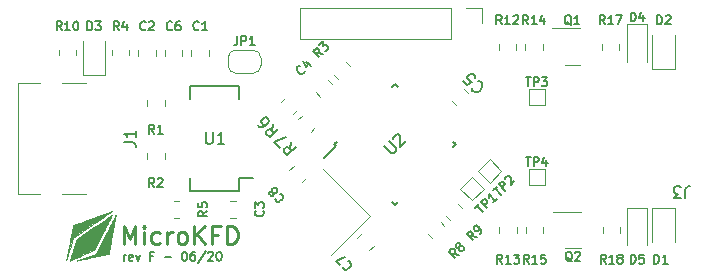
<source format=gbr>
%TF.GenerationSoftware,KiCad,Pcbnew,(6.0.7)*%
%TF.CreationDate,2023-06-20T16:23:11-04:00*%
%TF.ProjectId,microkfd,6d696372-6f6b-4666-942e-6b696361645f,E*%
%TF.SameCoordinates,Original*%
%TF.FileFunction,Legend,Top*%
%TF.FilePolarity,Positive*%
%FSLAX46Y46*%
G04 Gerber Fmt 4.6, Leading zero omitted, Abs format (unit mm)*
G04 Created by KiCad (PCBNEW (6.0.7)) date 2023-06-20 16:23:11*
%MOMM*%
%LPD*%
G01*
G04 APERTURE LIST*
%ADD10C,0.250000*%
%ADD11C,0.150000*%
%ADD12C,0.120000*%
%ADD13C,0.010000*%
G04 APERTURE END LIST*
D10*
X101019642Y-108928571D02*
X101019642Y-107428571D01*
X101519642Y-108500000D01*
X102019642Y-107428571D01*
X102019642Y-108928571D01*
X102733928Y-108928571D02*
X102733928Y-107928571D01*
X102733928Y-107428571D02*
X102662500Y-107500000D01*
X102733928Y-107571428D01*
X102805357Y-107500000D01*
X102733928Y-107428571D01*
X102733928Y-107571428D01*
X104091071Y-108857142D02*
X103948214Y-108928571D01*
X103662500Y-108928571D01*
X103519642Y-108857142D01*
X103448214Y-108785714D01*
X103376785Y-108642857D01*
X103376785Y-108214285D01*
X103448214Y-108071428D01*
X103519642Y-108000000D01*
X103662500Y-107928571D01*
X103948214Y-107928571D01*
X104091071Y-108000000D01*
X104733928Y-108928571D02*
X104733928Y-107928571D01*
X104733928Y-108214285D02*
X104805357Y-108071428D01*
X104876785Y-108000000D01*
X105019642Y-107928571D01*
X105162500Y-107928571D01*
X105876785Y-108928571D02*
X105733928Y-108857142D01*
X105662500Y-108785714D01*
X105591071Y-108642857D01*
X105591071Y-108214285D01*
X105662500Y-108071428D01*
X105733928Y-108000000D01*
X105876785Y-107928571D01*
X106091071Y-107928571D01*
X106233928Y-108000000D01*
X106305357Y-108071428D01*
X106376785Y-108214285D01*
X106376785Y-108642857D01*
X106305357Y-108785714D01*
X106233928Y-108857142D01*
X106091071Y-108928571D01*
X105876785Y-108928571D01*
X107019642Y-108928571D02*
X107019642Y-107428571D01*
X107876785Y-108928571D02*
X107233928Y-108071428D01*
X107876785Y-107428571D02*
X107019642Y-108285714D01*
X109019642Y-108142857D02*
X108519642Y-108142857D01*
X108519642Y-108928571D02*
X108519642Y-107428571D01*
X109233928Y-107428571D01*
X109805357Y-108928571D02*
X109805357Y-107428571D01*
X110162500Y-107428571D01*
X110376785Y-107500000D01*
X110519642Y-107642857D01*
X110591071Y-107785714D01*
X110662500Y-108071428D01*
X110662500Y-108285714D01*
X110591071Y-108571428D01*
X110519642Y-108714285D01*
X110376785Y-108857142D01*
X110162500Y-108928571D01*
X109805357Y-108928571D01*
D11*
X101026071Y-110339285D02*
X101026071Y-109839285D01*
X101026071Y-109982142D02*
X101061785Y-109910714D01*
X101097500Y-109875000D01*
X101168928Y-109839285D01*
X101240357Y-109839285D01*
X101776071Y-110303571D02*
X101704642Y-110339285D01*
X101561785Y-110339285D01*
X101490357Y-110303571D01*
X101454642Y-110232142D01*
X101454642Y-109946428D01*
X101490357Y-109875000D01*
X101561785Y-109839285D01*
X101704642Y-109839285D01*
X101776071Y-109875000D01*
X101811785Y-109946428D01*
X101811785Y-110017857D01*
X101454642Y-110089285D01*
X102061785Y-109839285D02*
X102240357Y-110339285D01*
X102418928Y-109839285D01*
X103526071Y-109946428D02*
X103276071Y-109946428D01*
X103276071Y-110339285D02*
X103276071Y-109589285D01*
X103633214Y-109589285D01*
X104490357Y-110053571D02*
X105061785Y-110053571D01*
X106133214Y-109589285D02*
X106204642Y-109589285D01*
X106276071Y-109625000D01*
X106311785Y-109660714D01*
X106347500Y-109732142D01*
X106383214Y-109875000D01*
X106383214Y-110053571D01*
X106347500Y-110196428D01*
X106311785Y-110267857D01*
X106276071Y-110303571D01*
X106204642Y-110339285D01*
X106133214Y-110339285D01*
X106061785Y-110303571D01*
X106026071Y-110267857D01*
X105990357Y-110196428D01*
X105954642Y-110053571D01*
X105954642Y-109875000D01*
X105990357Y-109732142D01*
X106026071Y-109660714D01*
X106061785Y-109625000D01*
X106133214Y-109589285D01*
X107026071Y-109589285D02*
X106883214Y-109589285D01*
X106811785Y-109625000D01*
X106776071Y-109660714D01*
X106704642Y-109767857D01*
X106668928Y-109910714D01*
X106668928Y-110196428D01*
X106704642Y-110267857D01*
X106740357Y-110303571D01*
X106811785Y-110339285D01*
X106954642Y-110339285D01*
X107026071Y-110303571D01*
X107061785Y-110267857D01*
X107097500Y-110196428D01*
X107097500Y-110017857D01*
X107061785Y-109946428D01*
X107026071Y-109910714D01*
X106954642Y-109875000D01*
X106811785Y-109875000D01*
X106740357Y-109910714D01*
X106704642Y-109946428D01*
X106668928Y-110017857D01*
X107954642Y-109553571D02*
X107311785Y-110517857D01*
X108168928Y-109660714D02*
X108204642Y-109625000D01*
X108276071Y-109589285D01*
X108454642Y-109589285D01*
X108526071Y-109625000D01*
X108561785Y-109660714D01*
X108597500Y-109732142D01*
X108597500Y-109803571D01*
X108561785Y-109910714D01*
X108133214Y-110339285D01*
X108597500Y-110339285D01*
X109061785Y-109589285D02*
X109133214Y-109589285D01*
X109204642Y-109625000D01*
X109240357Y-109660714D01*
X109276071Y-109732142D01*
X109311785Y-109875000D01*
X109311785Y-110053571D01*
X109276071Y-110196428D01*
X109240357Y-110267857D01*
X109204642Y-110303571D01*
X109133214Y-110339285D01*
X109061785Y-110339285D01*
X108990357Y-110303571D01*
X108954642Y-110267857D01*
X108918928Y-110196428D01*
X108883214Y-110053571D01*
X108883214Y-109875000D01*
X108918928Y-109732142D01*
X108954642Y-109660714D01*
X108990357Y-109625000D01*
X109061785Y-109589285D01*
%TO.C,D2*%
X146196428Y-90339285D02*
X146196428Y-89589285D01*
X146375000Y-89589285D01*
X146482142Y-89625000D01*
X146553571Y-89696428D01*
X146589285Y-89767857D01*
X146625000Y-89910714D01*
X146625000Y-90017857D01*
X146589285Y-90160714D01*
X146553571Y-90232142D01*
X146482142Y-90303571D01*
X146375000Y-90339285D01*
X146196428Y-90339285D01*
X146910714Y-89660714D02*
X146946428Y-89625000D01*
X147017857Y-89589285D01*
X147196428Y-89589285D01*
X147267857Y-89625000D01*
X147303571Y-89660714D01*
X147339285Y-89732142D01*
X147339285Y-89803571D01*
X147303571Y-89910714D01*
X146875000Y-90339285D01*
X147339285Y-90339285D01*
%TO.C,Q2*%
X138991071Y-110410714D02*
X138919642Y-110375000D01*
X138848214Y-110303571D01*
X138741071Y-110196428D01*
X138669642Y-110160714D01*
X138598214Y-110160714D01*
X138633928Y-110339285D02*
X138562500Y-110303571D01*
X138491071Y-110232142D01*
X138455357Y-110089285D01*
X138455357Y-109839285D01*
X138491071Y-109696428D01*
X138562500Y-109625000D01*
X138633928Y-109589285D01*
X138776785Y-109589285D01*
X138848214Y-109625000D01*
X138919642Y-109696428D01*
X138955357Y-109839285D01*
X138955357Y-110089285D01*
X138919642Y-110232142D01*
X138848214Y-110303571D01*
X138776785Y-110339285D01*
X138633928Y-110339285D01*
X139241071Y-109660714D02*
X139276785Y-109625000D01*
X139348214Y-109589285D01*
X139526785Y-109589285D01*
X139598214Y-109625000D01*
X139633928Y-109660714D01*
X139669642Y-109732142D01*
X139669642Y-109803571D01*
X139633928Y-109910714D01*
X139205357Y-110339285D01*
X139669642Y-110339285D01*
%TO.C,U1*%
X107988095Y-99452380D02*
X107988095Y-100261904D01*
X108035714Y-100357142D01*
X108083333Y-100404761D01*
X108178571Y-100452380D01*
X108369047Y-100452380D01*
X108464285Y-100404761D01*
X108511904Y-100357142D01*
X108559523Y-100261904D01*
X108559523Y-99452380D01*
X109559523Y-100452380D02*
X108988095Y-100452380D01*
X109273809Y-100452380D02*
X109273809Y-99452380D01*
X109178571Y-99595238D01*
X109083333Y-99690476D01*
X108988095Y-99738095D01*
%TO.C,R7*%
X115187732Y-100297969D02*
X115086717Y-100870389D01*
X115591793Y-100702030D02*
X114884687Y-101409137D01*
X114615312Y-101139763D01*
X114581641Y-101038748D01*
X114581641Y-100971404D01*
X114615312Y-100870389D01*
X114716328Y-100769374D01*
X114817343Y-100735702D01*
X114884687Y-100735702D01*
X114985702Y-100769374D01*
X115255076Y-101038748D01*
X114244923Y-100769374D02*
X113773519Y-100297969D01*
X114783671Y-99893908D01*
%TO.C,C7*%
X120010024Y-110416751D02*
X120060532Y-110416751D01*
X120161547Y-110467259D01*
X120212055Y-110517766D01*
X120262563Y-110618782D01*
X120262563Y-110719797D01*
X120237309Y-110795558D01*
X120161547Y-110921828D01*
X120085786Y-110997589D01*
X119959517Y-111073350D01*
X119883755Y-111098604D01*
X119782740Y-111098604D01*
X119681725Y-111048097D01*
X119631217Y-110997589D01*
X119580710Y-110896574D01*
X119580710Y-110846066D01*
X119353425Y-110719797D02*
X118999872Y-110366244D01*
X119757486Y-110063198D01*
%TO.C,C3*%
X112805357Y-106125000D02*
X112841071Y-106160714D01*
X112876785Y-106267857D01*
X112876785Y-106339285D01*
X112841071Y-106446428D01*
X112769642Y-106517857D01*
X112698214Y-106553571D01*
X112555357Y-106589285D01*
X112448214Y-106589285D01*
X112305357Y-106553571D01*
X112233928Y-106517857D01*
X112162500Y-106446428D01*
X112126785Y-106339285D01*
X112126785Y-106267857D01*
X112162500Y-106160714D01*
X112198214Y-106125000D01*
X112126785Y-105875000D02*
X112126785Y-105410714D01*
X112412500Y-105660714D01*
X112412500Y-105553571D01*
X112448214Y-105482142D01*
X112483928Y-105446428D01*
X112555357Y-105410714D01*
X112733928Y-105410714D01*
X112805357Y-105446428D01*
X112841071Y-105482142D01*
X112876785Y-105553571D01*
X112876785Y-105767857D01*
X112841071Y-105839285D01*
X112805357Y-105875000D01*
%TO.C,R4*%
X100625000Y-90839285D02*
X100375000Y-90482142D01*
X100196428Y-90839285D02*
X100196428Y-90089285D01*
X100482142Y-90089285D01*
X100553571Y-90125000D01*
X100589285Y-90160714D01*
X100625000Y-90232142D01*
X100625000Y-90339285D01*
X100589285Y-90410714D01*
X100553571Y-90446428D01*
X100482142Y-90482142D01*
X100196428Y-90482142D01*
X101267857Y-90339285D02*
X101267857Y-90839285D01*
X101089285Y-90053571D02*
X100910714Y-90589285D01*
X101375000Y-90589285D01*
%TO.C,R13*%
X133080357Y-110589285D02*
X132830357Y-110232142D01*
X132651785Y-110589285D02*
X132651785Y-109839285D01*
X132937500Y-109839285D01*
X133008928Y-109875000D01*
X133044642Y-109910714D01*
X133080357Y-109982142D01*
X133080357Y-110089285D01*
X133044642Y-110160714D01*
X133008928Y-110196428D01*
X132937500Y-110232142D01*
X132651785Y-110232142D01*
X133794642Y-110589285D02*
X133366071Y-110589285D01*
X133580357Y-110589285D02*
X133580357Y-109839285D01*
X133508928Y-109946428D01*
X133437500Y-110017857D01*
X133366071Y-110053571D01*
X134044642Y-109839285D02*
X134508928Y-109839285D01*
X134258928Y-110125000D01*
X134366071Y-110125000D01*
X134437500Y-110160714D01*
X134473214Y-110196428D01*
X134508928Y-110267857D01*
X134508928Y-110446428D01*
X134473214Y-110517857D01*
X134437500Y-110553571D01*
X134366071Y-110589285D01*
X134151785Y-110589285D01*
X134080357Y-110553571D01*
X134044642Y-110517857D01*
%TO.C,R9*%
X130901522Y-108328299D02*
X130472208Y-108252538D01*
X130598477Y-108631345D02*
X130068147Y-108101015D01*
X130270177Y-107898984D01*
X130345938Y-107873730D01*
X130396446Y-107873730D01*
X130472208Y-107898984D01*
X130547969Y-107974746D01*
X130573223Y-108050507D01*
X130573223Y-108101015D01*
X130547969Y-108176776D01*
X130345938Y-108378807D01*
X131154061Y-108075761D02*
X131255076Y-107974746D01*
X131280330Y-107898984D01*
X131280330Y-107848477D01*
X131255076Y-107722208D01*
X131179314Y-107595938D01*
X130977284Y-107393908D01*
X130901522Y-107368654D01*
X130851015Y-107368654D01*
X130775253Y-107393908D01*
X130674238Y-107494923D01*
X130648984Y-107570685D01*
X130648984Y-107621192D01*
X130674238Y-107696954D01*
X130800507Y-107823223D01*
X130876269Y-107848477D01*
X130926776Y-107848477D01*
X131002538Y-107823223D01*
X131103553Y-107722208D01*
X131128807Y-107646446D01*
X131128807Y-107595938D01*
X131103553Y-107520177D01*
%TO.C,C5*%
X131058328Y-95177373D02*
X131125671Y-95177373D01*
X131260358Y-95244717D01*
X131327702Y-95312061D01*
X131395045Y-95446748D01*
X131395045Y-95581435D01*
X131361374Y-95682450D01*
X131260358Y-95850809D01*
X131159343Y-95951824D01*
X130990984Y-96052839D01*
X130889969Y-96086511D01*
X130755282Y-96086511D01*
X130620595Y-96019167D01*
X130553251Y-95951824D01*
X130485908Y-95817137D01*
X130485908Y-95749793D01*
X129778801Y-95177373D02*
X130115519Y-95514091D01*
X130485908Y-95211045D01*
X130418564Y-95211045D01*
X130317549Y-95177373D01*
X130149190Y-95009015D01*
X130115519Y-94907999D01*
X130115519Y-94840656D01*
X130149190Y-94739641D01*
X130317549Y-94571282D01*
X130418564Y-94537610D01*
X130485908Y-94537610D01*
X130586923Y-94571282D01*
X130755282Y-94739641D01*
X130788954Y-94840656D01*
X130788954Y-94907999D01*
%TO.C,R2*%
X103625000Y-104089285D02*
X103375000Y-103732142D01*
X103196428Y-104089285D02*
X103196428Y-103339285D01*
X103482142Y-103339285D01*
X103553571Y-103375000D01*
X103589285Y-103410714D01*
X103625000Y-103482142D01*
X103625000Y-103589285D01*
X103589285Y-103660714D01*
X103553571Y-103696428D01*
X103482142Y-103732142D01*
X103196428Y-103732142D01*
X103910714Y-103410714D02*
X103946428Y-103375000D01*
X104017857Y-103339285D01*
X104196428Y-103339285D01*
X104267857Y-103375000D01*
X104303571Y-103410714D01*
X104339285Y-103482142D01*
X104339285Y-103553571D01*
X104303571Y-103660714D01*
X103875000Y-104089285D01*
X104339285Y-104089285D01*
%TO.C,TP4*%
X135053571Y-101589285D02*
X135482142Y-101589285D01*
X135267857Y-102339285D02*
X135267857Y-101589285D01*
X135732142Y-102339285D02*
X135732142Y-101589285D01*
X136017857Y-101589285D01*
X136089285Y-101625000D01*
X136125000Y-101660714D01*
X136160714Y-101732142D01*
X136160714Y-101839285D01*
X136125000Y-101910714D01*
X136089285Y-101946428D01*
X136017857Y-101982142D01*
X135732142Y-101982142D01*
X136803571Y-101839285D02*
X136803571Y-102339285D01*
X136625000Y-101553571D02*
X136446428Y-102089285D01*
X136910714Y-102089285D01*
%TO.C,R5*%
X108089285Y-106125000D02*
X107732142Y-106375000D01*
X108089285Y-106553571D02*
X107339285Y-106553571D01*
X107339285Y-106267857D01*
X107375000Y-106196428D01*
X107410714Y-106160714D01*
X107482142Y-106125000D01*
X107589285Y-106125000D01*
X107660714Y-106160714D01*
X107696428Y-106196428D01*
X107732142Y-106267857D01*
X107732142Y-106553571D01*
X107339285Y-105446428D02*
X107339285Y-105803571D01*
X107696428Y-105839285D01*
X107660714Y-105803571D01*
X107625000Y-105732142D01*
X107625000Y-105553571D01*
X107660714Y-105482142D01*
X107696428Y-105446428D01*
X107767857Y-105410714D01*
X107946428Y-105410714D01*
X108017857Y-105446428D01*
X108053571Y-105482142D01*
X108089285Y-105553571D01*
X108089285Y-105732142D01*
X108053571Y-105803571D01*
X108017857Y-105839285D01*
%TO.C,R10*%
X95767857Y-90839285D02*
X95517857Y-90482142D01*
X95339285Y-90839285D02*
X95339285Y-90089285D01*
X95625000Y-90089285D01*
X95696428Y-90125000D01*
X95732142Y-90160714D01*
X95767857Y-90232142D01*
X95767857Y-90339285D01*
X95732142Y-90410714D01*
X95696428Y-90446428D01*
X95625000Y-90482142D01*
X95339285Y-90482142D01*
X96482142Y-90839285D02*
X96053571Y-90839285D01*
X96267857Y-90839285D02*
X96267857Y-90089285D01*
X96196428Y-90196428D01*
X96125000Y-90267857D01*
X96053571Y-90303571D01*
X96946428Y-90089285D02*
X97017857Y-90089285D01*
X97089285Y-90125000D01*
X97125000Y-90160714D01*
X97160714Y-90232142D01*
X97196428Y-90375000D01*
X97196428Y-90553571D01*
X97160714Y-90696428D01*
X97125000Y-90767857D01*
X97089285Y-90803571D01*
X97017857Y-90839285D01*
X96946428Y-90839285D01*
X96875000Y-90803571D01*
X96839285Y-90767857D01*
X96803571Y-90696428D01*
X96767857Y-90553571D01*
X96767857Y-90375000D01*
X96803571Y-90232142D01*
X96839285Y-90160714D01*
X96875000Y-90125000D01*
X96946428Y-90089285D01*
%TO.C,D1*%
X145946428Y-110589285D02*
X145946428Y-109839285D01*
X146125000Y-109839285D01*
X146232142Y-109875000D01*
X146303571Y-109946428D01*
X146339285Y-110017857D01*
X146375000Y-110160714D01*
X146375000Y-110267857D01*
X146339285Y-110410714D01*
X146303571Y-110482142D01*
X146232142Y-110553571D01*
X146125000Y-110589285D01*
X145946428Y-110589285D01*
X147089285Y-110589285D02*
X146660714Y-110589285D01*
X146875000Y-110589285D02*
X146875000Y-109839285D01*
X146803571Y-109946428D01*
X146732142Y-110017857D01*
X146660714Y-110053571D01*
%TO.C,C8*%
X114260024Y-104666751D02*
X114310532Y-104666751D01*
X114411547Y-104717259D01*
X114462055Y-104767766D01*
X114512563Y-104868782D01*
X114512563Y-104969797D01*
X114487309Y-105045558D01*
X114411547Y-105171828D01*
X114335786Y-105247589D01*
X114209517Y-105323350D01*
X114133755Y-105348604D01*
X114032740Y-105348604D01*
X113931725Y-105298097D01*
X113881217Y-105247589D01*
X113830710Y-105146574D01*
X113830710Y-105096066D01*
X113704441Y-104616244D02*
X113729694Y-104692005D01*
X113729694Y-104742513D01*
X113704441Y-104818274D01*
X113679187Y-104843528D01*
X113603425Y-104868782D01*
X113552918Y-104868782D01*
X113477156Y-104843528D01*
X113376141Y-104742513D01*
X113350887Y-104666751D01*
X113350887Y-104616244D01*
X113376141Y-104540482D01*
X113401395Y-104515228D01*
X113477156Y-104489975D01*
X113527664Y-104489975D01*
X113603425Y-104515228D01*
X113704441Y-104616244D01*
X113780202Y-104641497D01*
X113830710Y-104641497D01*
X113906471Y-104616244D01*
X114007486Y-104515228D01*
X114032740Y-104439467D01*
X114032740Y-104388959D01*
X114007486Y-104313198D01*
X113906471Y-104212183D01*
X113830710Y-104186929D01*
X113780202Y-104186929D01*
X113704441Y-104212183D01*
X113603425Y-104313198D01*
X113578171Y-104388959D01*
X113578171Y-104439467D01*
X113603425Y-104515228D01*
%TO.C,U2*%
X123074026Y-100651522D02*
X123646446Y-101223942D01*
X123747461Y-101257614D01*
X123814805Y-101257614D01*
X123915820Y-101223942D01*
X124050507Y-101089255D01*
X124084179Y-100988240D01*
X124084179Y-100920896D01*
X124050507Y-100819881D01*
X123478087Y-100247461D01*
X123848477Y-100011759D02*
X123848477Y-99944416D01*
X123882148Y-99843400D01*
X124050507Y-99675042D01*
X124151522Y-99641370D01*
X124218866Y-99641370D01*
X124319881Y-99675042D01*
X124387225Y-99742385D01*
X124454568Y-99877072D01*
X124454568Y-100685194D01*
X124892301Y-100247461D01*
%TO.C,C2*%
X102875000Y-90767857D02*
X102839285Y-90803571D01*
X102732142Y-90839285D01*
X102660714Y-90839285D01*
X102553571Y-90803571D01*
X102482142Y-90732142D01*
X102446428Y-90660714D01*
X102410714Y-90517857D01*
X102410714Y-90410714D01*
X102446428Y-90267857D01*
X102482142Y-90196428D01*
X102553571Y-90125000D01*
X102660714Y-90089285D01*
X102732142Y-90089285D01*
X102839285Y-90125000D01*
X102875000Y-90160714D01*
X103160714Y-90160714D02*
X103196428Y-90125000D01*
X103267857Y-90089285D01*
X103446428Y-90089285D01*
X103517857Y-90125000D01*
X103553571Y-90160714D01*
X103589285Y-90232142D01*
X103589285Y-90303571D01*
X103553571Y-90410714D01*
X103125000Y-90839285D01*
X103589285Y-90839285D01*
%TO.C,J1*%
X101037380Y-100333333D02*
X101751666Y-100333333D01*
X101894523Y-100380952D01*
X101989761Y-100476190D01*
X102037380Y-100619047D01*
X102037380Y-100714285D01*
X102037380Y-99333333D02*
X102037380Y-99904761D01*
X102037380Y-99619047D02*
X101037380Y-99619047D01*
X101180238Y-99714285D01*
X101275476Y-99809523D01*
X101323095Y-99904761D01*
%TO.C,R14*%
X135267857Y-90339285D02*
X135017857Y-89982142D01*
X134839285Y-90339285D02*
X134839285Y-89589285D01*
X135125000Y-89589285D01*
X135196428Y-89625000D01*
X135232142Y-89660714D01*
X135267857Y-89732142D01*
X135267857Y-89839285D01*
X135232142Y-89910714D01*
X135196428Y-89946428D01*
X135125000Y-89982142D01*
X134839285Y-89982142D01*
X135982142Y-90339285D02*
X135553571Y-90339285D01*
X135767857Y-90339285D02*
X135767857Y-89589285D01*
X135696428Y-89696428D01*
X135625000Y-89767857D01*
X135553571Y-89803571D01*
X136625000Y-89839285D02*
X136625000Y-90339285D01*
X136446428Y-89553571D02*
X136267857Y-90089285D01*
X136732142Y-90089285D01*
%TO.C,TP3*%
X135053571Y-94839285D02*
X135482142Y-94839285D01*
X135267857Y-95589285D02*
X135267857Y-94839285D01*
X135732142Y-95589285D02*
X135732142Y-94839285D01*
X136017857Y-94839285D01*
X136089285Y-94875000D01*
X136125000Y-94910714D01*
X136160714Y-94982142D01*
X136160714Y-95089285D01*
X136125000Y-95160714D01*
X136089285Y-95196428D01*
X136017857Y-95232142D01*
X135732142Y-95232142D01*
X136410714Y-94839285D02*
X136875000Y-94839285D01*
X136625000Y-95125000D01*
X136732142Y-95125000D01*
X136803571Y-95160714D01*
X136839285Y-95196428D01*
X136875000Y-95267857D01*
X136875000Y-95446428D01*
X136839285Y-95517857D01*
X136803571Y-95553571D01*
X136732142Y-95589285D01*
X136517857Y-95589285D01*
X136446428Y-95553571D01*
X136410714Y-95517857D01*
%TO.C,JP1*%
X110625000Y-91339285D02*
X110625000Y-91875000D01*
X110589285Y-91982142D01*
X110517857Y-92053571D01*
X110410714Y-92089285D01*
X110339285Y-92089285D01*
X110982142Y-92089285D02*
X110982142Y-91339285D01*
X111267857Y-91339285D01*
X111339285Y-91375000D01*
X111375000Y-91410714D01*
X111410714Y-91482142D01*
X111410714Y-91589285D01*
X111375000Y-91660714D01*
X111339285Y-91696428D01*
X111267857Y-91732142D01*
X110982142Y-91732142D01*
X112125000Y-92089285D02*
X111696428Y-92089285D01*
X111910714Y-92089285D02*
X111910714Y-91339285D01*
X111839285Y-91446428D01*
X111767857Y-91517857D01*
X111696428Y-91553571D01*
%TO.C,C4*%
X116351015Y-94277791D02*
X116351015Y-94328299D01*
X116300507Y-94429314D01*
X116250000Y-94479822D01*
X116148984Y-94530330D01*
X116047969Y-94530330D01*
X115972208Y-94505076D01*
X115845938Y-94429314D01*
X115770177Y-94353553D01*
X115694416Y-94227284D01*
X115669162Y-94151522D01*
X115669162Y-94050507D01*
X115719669Y-93949492D01*
X115770177Y-93898984D01*
X115871192Y-93848477D01*
X115921700Y-93848477D01*
X116502538Y-93520177D02*
X116856091Y-93873730D01*
X116174238Y-93444416D02*
X116426776Y-93949492D01*
X116755076Y-93621192D01*
%TO.C,R8*%
X129401522Y-109828299D02*
X128972208Y-109752538D01*
X129098477Y-110131345D02*
X128568147Y-109601015D01*
X128770177Y-109398984D01*
X128845938Y-109373730D01*
X128896446Y-109373730D01*
X128972208Y-109398984D01*
X129047969Y-109474746D01*
X129073223Y-109550507D01*
X129073223Y-109601015D01*
X129047969Y-109676776D01*
X128845938Y-109878807D01*
X129401522Y-109222208D02*
X129325761Y-109247461D01*
X129275253Y-109247461D01*
X129199492Y-109222208D01*
X129174238Y-109196954D01*
X129148984Y-109121192D01*
X129148984Y-109070685D01*
X129174238Y-108994923D01*
X129275253Y-108893908D01*
X129351015Y-108868654D01*
X129401522Y-108868654D01*
X129477284Y-108893908D01*
X129502538Y-108919162D01*
X129527791Y-108994923D01*
X129527791Y-109045431D01*
X129502538Y-109121192D01*
X129401522Y-109222208D01*
X129376269Y-109297969D01*
X129376269Y-109348477D01*
X129401522Y-109424238D01*
X129502538Y-109525253D01*
X129578299Y-109550507D01*
X129628807Y-109550507D01*
X129704568Y-109525253D01*
X129805583Y-109424238D01*
X129830837Y-109348477D01*
X129830837Y-109297969D01*
X129805583Y-109222208D01*
X129704568Y-109121192D01*
X129628807Y-109095938D01*
X129578299Y-109095938D01*
X129502538Y-109121192D01*
%TO.C,R3*%
X117901522Y-92828299D02*
X117472208Y-92752538D01*
X117598477Y-93131345D02*
X117068147Y-92601015D01*
X117270177Y-92398984D01*
X117345938Y-92373730D01*
X117396446Y-92373730D01*
X117472208Y-92398984D01*
X117547969Y-92474746D01*
X117573223Y-92550507D01*
X117573223Y-92601015D01*
X117547969Y-92676776D01*
X117345938Y-92878807D01*
X117547969Y-92121192D02*
X117876269Y-91792893D01*
X117901522Y-92171700D01*
X117977284Y-92095938D01*
X118053045Y-92070685D01*
X118103553Y-92070685D01*
X118179314Y-92095938D01*
X118305583Y-92222208D01*
X118330837Y-92297969D01*
X118330837Y-92348477D01*
X118305583Y-92424238D01*
X118154061Y-92575761D01*
X118078299Y-92601015D01*
X118027791Y-92601015D01*
%TO.C,D5*%
X143946428Y-110589285D02*
X143946428Y-109839285D01*
X144125000Y-109839285D01*
X144232142Y-109875000D01*
X144303571Y-109946428D01*
X144339285Y-110017857D01*
X144375000Y-110160714D01*
X144375000Y-110267857D01*
X144339285Y-110410714D01*
X144303571Y-110482142D01*
X144232142Y-110553571D01*
X144125000Y-110589285D01*
X143946428Y-110589285D01*
X145053571Y-109839285D02*
X144696428Y-109839285D01*
X144660714Y-110196428D01*
X144696428Y-110160714D01*
X144767857Y-110125000D01*
X144946428Y-110125000D01*
X145017857Y-110160714D01*
X145053571Y-110196428D01*
X145089285Y-110267857D01*
X145089285Y-110446428D01*
X145053571Y-110517857D01*
X145017857Y-110553571D01*
X144946428Y-110589285D01*
X144767857Y-110589285D01*
X144696428Y-110553571D01*
X144660714Y-110517857D01*
%TO.C,R6*%
X113687732Y-98797969D02*
X113586717Y-99370389D01*
X114091793Y-99202030D02*
X113384687Y-99909137D01*
X113115312Y-99639763D01*
X113081641Y-99538748D01*
X113081641Y-99471404D01*
X113115312Y-99370389D01*
X113216328Y-99269374D01*
X113317343Y-99235702D01*
X113384687Y-99235702D01*
X113485702Y-99269374D01*
X113755076Y-99538748D01*
X112374534Y-98898984D02*
X112509221Y-99033671D01*
X112610236Y-99067343D01*
X112677580Y-99067343D01*
X112845938Y-99033671D01*
X113014297Y-98932656D01*
X113283671Y-98663282D01*
X113317343Y-98562267D01*
X113317343Y-98494923D01*
X113283671Y-98393908D01*
X113148984Y-98259221D01*
X113047969Y-98225549D01*
X112980625Y-98225549D01*
X112879610Y-98259221D01*
X112711251Y-98427580D01*
X112677580Y-98528595D01*
X112677580Y-98595938D01*
X112711251Y-98696954D01*
X112845938Y-98831641D01*
X112946954Y-98865312D01*
X113014297Y-98865312D01*
X113115312Y-98831641D01*
%TO.C,D3*%
X97946428Y-90839285D02*
X97946428Y-90089285D01*
X98125000Y-90089285D01*
X98232142Y-90125000D01*
X98303571Y-90196428D01*
X98339285Y-90267857D01*
X98375000Y-90410714D01*
X98375000Y-90517857D01*
X98339285Y-90660714D01*
X98303571Y-90732142D01*
X98232142Y-90803571D01*
X98125000Y-90839285D01*
X97946428Y-90839285D01*
X98625000Y-90089285D02*
X99089285Y-90089285D01*
X98839285Y-90375000D01*
X98946428Y-90375000D01*
X99017857Y-90410714D01*
X99053571Y-90446428D01*
X99089285Y-90517857D01*
X99089285Y-90696428D01*
X99053571Y-90767857D01*
X99017857Y-90803571D01*
X98946428Y-90839285D01*
X98732142Y-90839285D01*
X98660714Y-90803571D01*
X98625000Y-90767857D01*
%TO.C,J3*%
X148583333Y-105047619D02*
X148583333Y-104333333D01*
X148630952Y-104190476D01*
X148726190Y-104095238D01*
X148869047Y-104047619D01*
X148964285Y-104047619D01*
X148202380Y-105047619D02*
X147583333Y-105047619D01*
X147916666Y-104666666D01*
X147773809Y-104666666D01*
X147678571Y-104619047D01*
X147630952Y-104571428D01*
X147583333Y-104476190D01*
X147583333Y-104238095D01*
X147630952Y-104142857D01*
X147678571Y-104095238D01*
X147773809Y-104047619D01*
X148059523Y-104047619D01*
X148154761Y-104095238D01*
X148202380Y-104142857D01*
%TO.C,C1*%
X107375000Y-90767857D02*
X107339285Y-90803571D01*
X107232142Y-90839285D01*
X107160714Y-90839285D01*
X107053571Y-90803571D01*
X106982142Y-90732142D01*
X106946428Y-90660714D01*
X106910714Y-90517857D01*
X106910714Y-90410714D01*
X106946428Y-90267857D01*
X106982142Y-90196428D01*
X107053571Y-90125000D01*
X107160714Y-90089285D01*
X107232142Y-90089285D01*
X107339285Y-90125000D01*
X107375000Y-90160714D01*
X108089285Y-90839285D02*
X107660714Y-90839285D01*
X107875000Y-90839285D02*
X107875000Y-90089285D01*
X107803571Y-90196428D01*
X107732142Y-90267857D01*
X107660714Y-90303571D01*
%TO.C,R15*%
X135330357Y-110589285D02*
X135080357Y-110232142D01*
X134901785Y-110589285D02*
X134901785Y-109839285D01*
X135187500Y-109839285D01*
X135258928Y-109875000D01*
X135294642Y-109910714D01*
X135330357Y-109982142D01*
X135330357Y-110089285D01*
X135294642Y-110160714D01*
X135258928Y-110196428D01*
X135187500Y-110232142D01*
X134901785Y-110232142D01*
X136044642Y-110589285D02*
X135616071Y-110589285D01*
X135830357Y-110589285D02*
X135830357Y-109839285D01*
X135758928Y-109946428D01*
X135687500Y-110017857D01*
X135616071Y-110053571D01*
X136723214Y-109839285D02*
X136366071Y-109839285D01*
X136330357Y-110196428D01*
X136366071Y-110160714D01*
X136437500Y-110125000D01*
X136616071Y-110125000D01*
X136687500Y-110160714D01*
X136723214Y-110196428D01*
X136758928Y-110267857D01*
X136758928Y-110446428D01*
X136723214Y-110517857D01*
X136687500Y-110553571D01*
X136616071Y-110589285D01*
X136437500Y-110589285D01*
X136366071Y-110553571D01*
X136330357Y-110517857D01*
%TO.C,R1*%
X103625000Y-99589285D02*
X103375000Y-99232142D01*
X103196428Y-99589285D02*
X103196428Y-98839285D01*
X103482142Y-98839285D01*
X103553571Y-98875000D01*
X103589285Y-98910714D01*
X103625000Y-98982142D01*
X103625000Y-99089285D01*
X103589285Y-99160714D01*
X103553571Y-99196428D01*
X103482142Y-99232142D01*
X103196428Y-99232142D01*
X104339285Y-99589285D02*
X103910714Y-99589285D01*
X104125000Y-99589285D02*
X104125000Y-98839285D01*
X104053571Y-98946428D01*
X103982142Y-99017857D01*
X103910714Y-99053571D01*
%TO.C,R12*%
X133017857Y-90339285D02*
X132767857Y-89982142D01*
X132589285Y-90339285D02*
X132589285Y-89589285D01*
X132875000Y-89589285D01*
X132946428Y-89625000D01*
X132982142Y-89660714D01*
X133017857Y-89732142D01*
X133017857Y-89839285D01*
X132982142Y-89910714D01*
X132946428Y-89946428D01*
X132875000Y-89982142D01*
X132589285Y-89982142D01*
X133732142Y-90339285D02*
X133303571Y-90339285D01*
X133517857Y-90339285D02*
X133517857Y-89589285D01*
X133446428Y-89696428D01*
X133375000Y-89767857D01*
X133303571Y-89803571D01*
X134017857Y-89660714D02*
X134053571Y-89625000D01*
X134125000Y-89589285D01*
X134303571Y-89589285D01*
X134375000Y-89625000D01*
X134410714Y-89660714D01*
X134446428Y-89732142D01*
X134446428Y-89803571D01*
X134410714Y-89910714D01*
X133982142Y-90339285D01*
X134446428Y-90339285D01*
%TO.C,TP1*%
X130790355Y-105866245D02*
X131093400Y-105563199D01*
X131472208Y-106245052D02*
X130941877Y-105714722D01*
X131800507Y-105916752D02*
X131270177Y-105386422D01*
X131472208Y-105184392D01*
X131547969Y-105159138D01*
X131598477Y-105159138D01*
X131674238Y-105184392D01*
X131750000Y-105260153D01*
X131775253Y-105335915D01*
X131775253Y-105386422D01*
X131749999Y-105462184D01*
X131547969Y-105664214D01*
X132608629Y-105108630D02*
X132305583Y-105411676D01*
X132457106Y-105260153D02*
X131926776Y-104729823D01*
X131952030Y-104856092D01*
X131952030Y-104957107D01*
X131926776Y-105032869D01*
%TO.C,TP2*%
X132290355Y-104378807D02*
X132593400Y-104075761D01*
X132972208Y-104757614D02*
X132441877Y-104227284D01*
X133300507Y-104429314D02*
X132770177Y-103898984D01*
X132972208Y-103696954D01*
X133047969Y-103671700D01*
X133098477Y-103671700D01*
X133174238Y-103696954D01*
X133250000Y-103772715D01*
X133275253Y-103848477D01*
X133275253Y-103898984D01*
X133249999Y-103974746D01*
X133047969Y-104176776D01*
X133325761Y-103444416D02*
X133325761Y-103393908D01*
X133351015Y-103318147D01*
X133477284Y-103191877D01*
X133553045Y-103166624D01*
X133603553Y-103166624D01*
X133679314Y-103191877D01*
X133729822Y-103242385D01*
X133780330Y-103343400D01*
X133780330Y-103949492D01*
X134108629Y-103621192D01*
%TO.C,R17*%
X141767857Y-90339285D02*
X141517857Y-89982142D01*
X141339285Y-90339285D02*
X141339285Y-89589285D01*
X141625000Y-89589285D01*
X141696428Y-89625000D01*
X141732142Y-89660714D01*
X141767857Y-89732142D01*
X141767857Y-89839285D01*
X141732142Y-89910714D01*
X141696428Y-89946428D01*
X141625000Y-89982142D01*
X141339285Y-89982142D01*
X142482142Y-90339285D02*
X142053571Y-90339285D01*
X142267857Y-90339285D02*
X142267857Y-89589285D01*
X142196428Y-89696428D01*
X142125000Y-89767857D01*
X142053571Y-89803571D01*
X142732142Y-89589285D02*
X143232142Y-89589285D01*
X142910714Y-90339285D01*
%TO.C,D4*%
X143946428Y-90089285D02*
X143946428Y-89339285D01*
X144125000Y-89339285D01*
X144232142Y-89375000D01*
X144303571Y-89446428D01*
X144339285Y-89517857D01*
X144375000Y-89660714D01*
X144375000Y-89767857D01*
X144339285Y-89910714D01*
X144303571Y-89982142D01*
X144232142Y-90053571D01*
X144125000Y-90089285D01*
X143946428Y-90089285D01*
X145017857Y-89589285D02*
X145017857Y-90089285D01*
X144839285Y-89303571D02*
X144660714Y-89839285D01*
X145125000Y-89839285D01*
%TO.C,R18*%
X141830357Y-110589285D02*
X141580357Y-110232142D01*
X141401785Y-110589285D02*
X141401785Y-109839285D01*
X141687500Y-109839285D01*
X141758928Y-109875000D01*
X141794642Y-109910714D01*
X141830357Y-109982142D01*
X141830357Y-110089285D01*
X141794642Y-110160714D01*
X141758928Y-110196428D01*
X141687500Y-110232142D01*
X141401785Y-110232142D01*
X142544642Y-110589285D02*
X142116071Y-110589285D01*
X142330357Y-110589285D02*
X142330357Y-109839285D01*
X142258928Y-109946428D01*
X142187500Y-110017857D01*
X142116071Y-110053571D01*
X142973214Y-110160714D02*
X142901785Y-110125000D01*
X142866071Y-110089285D01*
X142830357Y-110017857D01*
X142830357Y-109982142D01*
X142866071Y-109910714D01*
X142901785Y-109875000D01*
X142973214Y-109839285D01*
X143116071Y-109839285D01*
X143187500Y-109875000D01*
X143223214Y-109910714D01*
X143258928Y-109982142D01*
X143258928Y-110017857D01*
X143223214Y-110089285D01*
X143187500Y-110125000D01*
X143116071Y-110160714D01*
X142973214Y-110160714D01*
X142901785Y-110196428D01*
X142866071Y-110232142D01*
X142830357Y-110303571D01*
X142830357Y-110446428D01*
X142866071Y-110517857D01*
X142901785Y-110553571D01*
X142973214Y-110589285D01*
X143116071Y-110589285D01*
X143187500Y-110553571D01*
X143223214Y-110517857D01*
X143258928Y-110446428D01*
X143258928Y-110303571D01*
X143223214Y-110232142D01*
X143187500Y-110196428D01*
X143116071Y-110160714D01*
%TO.C,C6*%
X105125000Y-90767857D02*
X105089285Y-90803571D01*
X104982142Y-90839285D01*
X104910714Y-90839285D01*
X104803571Y-90803571D01*
X104732142Y-90732142D01*
X104696428Y-90660714D01*
X104660714Y-90517857D01*
X104660714Y-90410714D01*
X104696428Y-90267857D01*
X104732142Y-90196428D01*
X104803571Y-90125000D01*
X104910714Y-90089285D01*
X104982142Y-90089285D01*
X105089285Y-90125000D01*
X105125000Y-90160714D01*
X105767857Y-90089285D02*
X105625000Y-90089285D01*
X105553571Y-90125000D01*
X105517857Y-90160714D01*
X105446428Y-90267857D01*
X105410714Y-90410714D01*
X105410714Y-90696428D01*
X105446428Y-90767857D01*
X105482142Y-90803571D01*
X105553571Y-90839285D01*
X105696428Y-90839285D01*
X105767857Y-90803571D01*
X105803571Y-90767857D01*
X105839285Y-90696428D01*
X105839285Y-90517857D01*
X105803571Y-90446428D01*
X105767857Y-90410714D01*
X105696428Y-90375000D01*
X105553571Y-90375000D01*
X105482142Y-90410714D01*
X105446428Y-90446428D01*
X105410714Y-90517857D01*
%TO.C,Q1*%
X138928571Y-90410714D02*
X138857142Y-90375000D01*
X138785714Y-90303571D01*
X138678571Y-90196428D01*
X138607142Y-90160714D01*
X138535714Y-90160714D01*
X138571428Y-90339285D02*
X138500000Y-90303571D01*
X138428571Y-90232142D01*
X138392857Y-90089285D01*
X138392857Y-89839285D01*
X138428571Y-89696428D01*
X138500000Y-89625000D01*
X138571428Y-89589285D01*
X138714285Y-89589285D01*
X138785714Y-89625000D01*
X138857142Y-89696428D01*
X138892857Y-89839285D01*
X138892857Y-90089285D01*
X138857142Y-90232142D01*
X138785714Y-90303571D01*
X138714285Y-90339285D01*
X138571428Y-90339285D01*
X139607142Y-90339285D02*
X139178571Y-90339285D01*
X139392857Y-90339285D02*
X139392857Y-89589285D01*
X139321428Y-89696428D01*
X139250000Y-89767857D01*
X139178571Y-89803571D01*
D12*
%TO.C,D2*%
X145790000Y-91250000D02*
X145790000Y-94110000D01*
X147710000Y-94110000D02*
X147710000Y-91250000D01*
X145790000Y-94110000D02*
X147710000Y-94110000D01*
%TO.C,Q2*%
X139062500Y-109310000D02*
X139712500Y-109310000D01*
X139062500Y-106190000D02*
X137387500Y-106190000D01*
X139062500Y-106190000D02*
X139712500Y-106190000D01*
X139062500Y-109310000D02*
X138412500Y-109310000D01*
D11*
%TO.C,U1*%
X110825000Y-104475000D02*
X106675000Y-104475000D01*
X110825000Y-103365000D02*
X110825000Y-104475000D01*
X106675000Y-104475000D02*
X106675000Y-103365000D01*
X110825000Y-103365000D02*
X111950000Y-103365000D01*
X110825000Y-95525000D02*
X110825000Y-96635000D01*
X106675000Y-95525000D02*
X106675000Y-96635000D01*
X110825000Y-95525000D02*
X106675000Y-95525000D01*
D12*
%TO.C,R7*%
X116859165Y-99430282D02*
X117180282Y-99109165D01*
X115819718Y-98390835D02*
X116140835Y-98069718D01*
%TO.C,C7*%
X120795543Y-108415010D02*
X121165010Y-108045543D01*
X121834990Y-109454457D02*
X122204457Y-109084990D01*
%TO.C,C3*%
X110026248Y-106735000D02*
X110548752Y-106735000D01*
X110026248Y-105265000D02*
X110548752Y-105265000D01*
%TO.C,R4*%
X100015000Y-92522936D02*
X100015000Y-92977064D01*
X101485000Y-92522936D02*
X101485000Y-92977064D01*
%TO.C,R13*%
X132827500Y-107522936D02*
X132827500Y-107977064D01*
X134297500Y-107522936D02*
X134297500Y-107977064D01*
%TO.C,R9*%
X129680282Y-105890835D02*
X129359165Y-105569718D01*
X128640835Y-106930282D02*
X128319718Y-106609165D01*
%TO.C,C5*%
X128795543Y-96834990D02*
X129165010Y-97204457D01*
X129834990Y-95795543D02*
X130204457Y-96165010D01*
%TO.C,R2*%
X104485000Y-101272936D02*
X104485000Y-101727064D01*
X103015000Y-101272936D02*
X103015000Y-101727064D01*
%TO.C,TP4*%
X135300000Y-102550000D02*
X136700000Y-102550000D01*
X136700000Y-102550000D02*
X136700000Y-103950000D01*
X135300000Y-103950000D02*
X135300000Y-102550000D01*
X136700000Y-103950000D02*
X135300000Y-103950000D01*
%TO.C,R5*%
X105727064Y-106735000D02*
X105272936Y-106735000D01*
X105727064Y-105265000D02*
X105272936Y-105265000D01*
%TO.C,Y1*%
X121891600Y-106568198D02*
X117931802Y-102608400D01*
X118568198Y-109891600D02*
X121891600Y-106568198D01*
%TO.C,R10*%
X95515000Y-92522936D02*
X95515000Y-92977064D01*
X96985000Y-92522936D02*
X96985000Y-92977064D01*
%TO.C,D1*%
X147710000Y-105890000D02*
X145790000Y-105890000D01*
X147710000Y-108750000D02*
X147710000Y-105890000D01*
X145790000Y-105890000D02*
X145790000Y-108750000D01*
%TO.C,C8*%
X115415010Y-102295543D02*
X115045543Y-102665010D01*
X116454457Y-103334990D02*
X116084990Y-103704457D01*
D11*
%TO.C,U2*%
X124000000Y-105626524D02*
X124229810Y-105396714D01*
X118873476Y-100500000D02*
X119032575Y-100659099D01*
X124000000Y-105626524D02*
X123770190Y-105396714D01*
X119032575Y-100659099D02*
X118024948Y-101666726D01*
X129126524Y-100500000D02*
X128896714Y-100729810D01*
X129126524Y-100500000D02*
X128896714Y-100270190D01*
X124000000Y-95373476D02*
X124229810Y-95603286D01*
X118873476Y-100500000D02*
X119103286Y-100270190D01*
X124000000Y-95373476D02*
X123770190Y-95603286D01*
D12*
%TO.C,C2*%
X103735000Y-93011252D02*
X103735000Y-92488748D01*
X102265000Y-93011252D02*
X102265000Y-92488748D01*
%TO.C,J1*%
X93940000Y-95300000D02*
X92040000Y-95300000D01*
X97840000Y-95300000D02*
X95840000Y-95300000D01*
X93940000Y-104700000D02*
X92040000Y-104700000D01*
X92040000Y-95300000D02*
X92040000Y-104700000D01*
X97840000Y-104700000D02*
X95840000Y-104700000D01*
%TO.C,R14*%
X136485000Y-92477064D02*
X136485000Y-92022936D01*
X135015000Y-92477064D02*
X135015000Y-92022936D01*
%TO.C,TP3*%
X135300000Y-97200000D02*
X135300000Y-95800000D01*
X136700000Y-95800000D02*
X136700000Y-97200000D01*
X135300000Y-95800000D02*
X136700000Y-95800000D01*
X136700000Y-97200000D02*
X135300000Y-97200000D01*
%TO.C,JP1*%
X110550000Y-92500000D02*
X111950000Y-92500000D01*
X111950000Y-94500000D02*
X110550000Y-94500000D01*
X112650000Y-93200000D02*
X112650000Y-93800000D01*
X109850000Y-93800000D02*
X109850000Y-93200000D01*
X112650000Y-93200000D02*
G75*
G03*
X111950000Y-92500000I-700000J0D01*
G01*
X110550000Y-92500000D02*
G75*
G03*
X109850000Y-93200000I-1J-699999D01*
G01*
X111950000Y-94500000D02*
G75*
G03*
X112650000Y-93800000I0J700000D01*
G01*
X109850000Y-93800000D02*
G75*
G03*
X110550000Y-94500000I699999J-1D01*
G01*
%TO.C,C4*%
X117295543Y-96084990D02*
X117665010Y-96454457D01*
X118334990Y-95045543D02*
X118704457Y-95415010D01*
%TO.C,R8*%
X127140835Y-108430282D02*
X126819718Y-108109165D01*
X128180282Y-107390835D02*
X127859165Y-107069718D01*
%TO.C,R3*%
X119140835Y-94930282D02*
X118819718Y-94609165D01*
X120180282Y-93890835D02*
X119859165Y-93569718D01*
%TO.C,D5*%
X145350000Y-105850000D02*
X143650000Y-105850000D01*
X145350000Y-105850000D02*
X145350000Y-109000000D01*
X143650000Y-105850000D02*
X143650000Y-109000000D01*
%TO.C,R6*%
X115359165Y-97930282D02*
X115680282Y-97609165D01*
X114319718Y-96890835D02*
X114640835Y-96569718D01*
%TO.C,D3*%
X97540000Y-91750000D02*
X97540000Y-94610000D01*
X99460000Y-94610000D02*
X99460000Y-91750000D01*
X97540000Y-94610000D02*
X99460000Y-94610000D01*
%TO.C,C1*%
X106765000Y-93011252D02*
X106765000Y-92488748D01*
X108235000Y-93011252D02*
X108235000Y-92488748D01*
%TO.C,R15*%
X136547500Y-107977064D02*
X136547500Y-107522936D01*
X135077500Y-107977064D02*
X135077500Y-107522936D01*
%TO.C,R1*%
X103015000Y-96772936D02*
X103015000Y-97227064D01*
X104485000Y-96772936D02*
X104485000Y-97227064D01*
%TO.C,J2*%
X115970000Y-88920000D02*
X115970000Y-91580000D01*
X131330000Y-88920000D02*
X131330000Y-90250000D01*
X130000000Y-88920000D02*
X131330000Y-88920000D01*
X128730000Y-88920000D02*
X115970000Y-88920000D01*
X128730000Y-91580000D02*
X115970000Y-91580000D01*
X128730000Y-88920000D02*
X128730000Y-91580000D01*
%TO.C,G\u002A\u002A\u002A*%
G36*
X100346703Y-106464575D02*
G01*
X100342746Y-106487989D01*
X100336167Y-106525695D01*
X100327136Y-106576767D01*
X100315820Y-106640284D01*
X100302387Y-106715319D01*
X100287006Y-106800950D01*
X100269846Y-106896253D01*
X100251073Y-107000302D01*
X100230858Y-107112175D01*
X100209366Y-107230947D01*
X100186768Y-107355695D01*
X100163231Y-107485494D01*
X100138924Y-107619419D01*
X100114014Y-107756548D01*
X100088670Y-107895957D01*
X100063061Y-108036720D01*
X100037353Y-108177914D01*
X100011716Y-108318616D01*
X99986319Y-108457900D01*
X99961328Y-108594844D01*
X99936912Y-108728522D01*
X99913240Y-108858012D01*
X99890480Y-108982388D01*
X99868800Y-109100728D01*
X99848368Y-109212106D01*
X99829353Y-109315599D01*
X99811922Y-109410283D01*
X99796244Y-109495234D01*
X99782487Y-109569527D01*
X99770820Y-109632240D01*
X99761411Y-109682447D01*
X99754427Y-109719225D01*
X99750037Y-109741649D01*
X99748432Y-109748811D01*
X99740109Y-109751007D01*
X99716602Y-109756565D01*
X99678748Y-109765297D01*
X99627384Y-109777015D01*
X99563345Y-109791530D01*
X99487469Y-109808657D01*
X99400591Y-109828206D01*
X99303548Y-109849990D01*
X99197177Y-109873821D01*
X99082313Y-109899512D01*
X98959793Y-109926874D01*
X98830455Y-109955720D01*
X98695133Y-109985863D01*
X98554664Y-110017114D01*
X98416721Y-110047767D01*
X98271912Y-110079928D01*
X98131321Y-110111154D01*
X97995794Y-110141256D01*
X97866177Y-110170047D01*
X97743318Y-110197337D01*
X97628062Y-110222940D01*
X97521257Y-110246666D01*
X97423749Y-110268329D01*
X97336385Y-110287739D01*
X97260011Y-110304709D01*
X97195474Y-110319051D01*
X97143620Y-110330576D01*
X97105296Y-110339097D01*
X97081349Y-110344425D01*
X97072707Y-110346354D01*
X97067961Y-110346140D01*
X97076818Y-110340919D01*
X97080911Y-110339021D01*
X97091899Y-110334737D01*
X97117254Y-110325247D01*
X97155918Y-110310939D01*
X97206832Y-110292199D01*
X97268937Y-110269415D01*
X97341175Y-110242975D01*
X97422487Y-110213264D01*
X97511814Y-110180672D01*
X97608099Y-110145583D01*
X97710282Y-110108387D01*
X97817305Y-110069470D01*
X97901778Y-110038780D01*
X98698033Y-109749607D01*
X99521856Y-108101896D01*
X99599064Y-107947502D01*
X99674333Y-107797043D01*
X99747333Y-107651175D01*
X99817737Y-107510550D01*
X99885215Y-107375825D01*
X99949440Y-107247653D01*
X100010082Y-107126690D01*
X100066813Y-107013589D01*
X100119304Y-106909006D01*
X100167227Y-106813595D01*
X100210252Y-106728011D01*
X100248053Y-106652908D01*
X100280299Y-106588942D01*
X100306662Y-106536766D01*
X100326813Y-106497035D01*
X100340425Y-106470404D01*
X100347168Y-106457528D01*
X100347871Y-106456377D01*
X100346703Y-106464575D01*
G37*
D13*
X100346703Y-106464575D02*
X100342746Y-106487989D01*
X100336167Y-106525695D01*
X100327136Y-106576767D01*
X100315820Y-106640284D01*
X100302387Y-106715319D01*
X100287006Y-106800950D01*
X100269846Y-106896253D01*
X100251073Y-107000302D01*
X100230858Y-107112175D01*
X100209366Y-107230947D01*
X100186768Y-107355695D01*
X100163231Y-107485494D01*
X100138924Y-107619419D01*
X100114014Y-107756548D01*
X100088670Y-107895957D01*
X100063061Y-108036720D01*
X100037353Y-108177914D01*
X100011716Y-108318616D01*
X99986319Y-108457900D01*
X99961328Y-108594844D01*
X99936912Y-108728522D01*
X99913240Y-108858012D01*
X99890480Y-108982388D01*
X99868800Y-109100728D01*
X99848368Y-109212106D01*
X99829353Y-109315599D01*
X99811922Y-109410283D01*
X99796244Y-109495234D01*
X99782487Y-109569527D01*
X99770820Y-109632240D01*
X99761411Y-109682447D01*
X99754427Y-109719225D01*
X99750037Y-109741649D01*
X99748432Y-109748811D01*
X99740109Y-109751007D01*
X99716602Y-109756565D01*
X99678748Y-109765297D01*
X99627384Y-109777015D01*
X99563345Y-109791530D01*
X99487469Y-109808657D01*
X99400591Y-109828206D01*
X99303548Y-109849990D01*
X99197177Y-109873821D01*
X99082313Y-109899512D01*
X98959793Y-109926874D01*
X98830455Y-109955720D01*
X98695133Y-109985863D01*
X98554664Y-110017114D01*
X98416721Y-110047767D01*
X98271912Y-110079928D01*
X98131321Y-110111154D01*
X97995794Y-110141256D01*
X97866177Y-110170047D01*
X97743318Y-110197337D01*
X97628062Y-110222940D01*
X97521257Y-110246666D01*
X97423749Y-110268329D01*
X97336385Y-110287739D01*
X97260011Y-110304709D01*
X97195474Y-110319051D01*
X97143620Y-110330576D01*
X97105296Y-110339097D01*
X97081349Y-110344425D01*
X97072707Y-110346354D01*
X97067961Y-110346140D01*
X97076818Y-110340919D01*
X97080911Y-110339021D01*
X97091899Y-110334737D01*
X97117254Y-110325247D01*
X97155918Y-110310939D01*
X97206832Y-110292199D01*
X97268937Y-110269415D01*
X97341175Y-110242975D01*
X97422487Y-110213264D01*
X97511814Y-110180672D01*
X97608099Y-110145583D01*
X97710282Y-110108387D01*
X97817305Y-110069470D01*
X97901778Y-110038780D01*
X98698033Y-109749607D01*
X99521856Y-108101896D01*
X99599064Y-107947502D01*
X99674333Y-107797043D01*
X99747333Y-107651175D01*
X99817737Y-107510550D01*
X99885215Y-107375825D01*
X99949440Y-107247653D01*
X100010082Y-107126690D01*
X100066813Y-107013589D01*
X100119304Y-106909006D01*
X100167227Y-106813595D01*
X100210252Y-106728011D01*
X100248053Y-106652908D01*
X100280299Y-106588942D01*
X100306662Y-106536766D01*
X100326813Y-106497035D01*
X100340425Y-106470404D01*
X100347168Y-106457528D01*
X100347871Y-106456377D01*
X100346703Y-106464575D01*
G36*
X100041273Y-106464170D02*
G01*
X100030945Y-106485672D01*
X100013950Y-106520462D01*
X99990629Y-106567853D01*
X99961327Y-106627154D01*
X99926385Y-106697676D01*
X99886148Y-106778730D01*
X99840957Y-106869627D01*
X99791157Y-106969677D01*
X99737090Y-107078191D01*
X99679099Y-107194480D01*
X99617527Y-107317854D01*
X99552718Y-107447624D01*
X99485014Y-107583101D01*
X99414758Y-107723595D01*
X99342293Y-107868416D01*
X99298547Y-107955803D01*
X98549451Y-109451906D01*
X97503424Y-109900823D01*
X97379093Y-109954177D01*
X97258945Y-110005727D01*
X97143837Y-110055107D01*
X97034628Y-110101947D01*
X96932179Y-110145880D01*
X96837347Y-110186536D01*
X96750992Y-110223549D01*
X96673974Y-110256550D01*
X96607150Y-110285171D01*
X96551381Y-110309043D01*
X96507525Y-110327798D01*
X96476441Y-110341069D01*
X96458989Y-110348486D01*
X96455346Y-110349999D01*
X96453295Y-110344223D01*
X96453294Y-110344077D01*
X96455837Y-110335638D01*
X96463246Y-110312616D01*
X96475199Y-110275990D01*
X96491371Y-110226742D01*
X96511437Y-110165853D01*
X96535073Y-110094304D01*
X96561954Y-110013076D01*
X96591755Y-109923150D01*
X96624153Y-109825507D01*
X96658823Y-109721128D01*
X96695439Y-109610994D01*
X96733679Y-109496085D01*
X96751132Y-109443673D01*
X97048970Y-108549451D01*
X98545253Y-107501522D01*
X98686078Y-107402918D01*
X98823339Y-107306853D01*
X98956433Y-107213751D01*
X99084754Y-107124031D01*
X99207699Y-107038114D01*
X99324663Y-106956423D01*
X99435043Y-106879377D01*
X99538233Y-106807398D01*
X99633629Y-106740907D01*
X99720629Y-106680326D01*
X99798626Y-106626074D01*
X99867017Y-106578574D01*
X99925198Y-106538247D01*
X99972564Y-106505512D01*
X100008511Y-106480793D01*
X100032436Y-106464509D01*
X100043733Y-106457081D01*
X100044589Y-106456648D01*
X100041273Y-106464170D01*
G37*
X100041273Y-106464170D02*
X100030945Y-106485672D01*
X100013950Y-106520462D01*
X99990629Y-106567853D01*
X99961327Y-106627154D01*
X99926385Y-106697676D01*
X99886148Y-106778730D01*
X99840957Y-106869627D01*
X99791157Y-106969677D01*
X99737090Y-107078191D01*
X99679099Y-107194480D01*
X99617527Y-107317854D01*
X99552718Y-107447624D01*
X99485014Y-107583101D01*
X99414758Y-107723595D01*
X99342293Y-107868416D01*
X99298547Y-107955803D01*
X98549451Y-109451906D01*
X97503424Y-109900823D01*
X97379093Y-109954177D01*
X97258945Y-110005727D01*
X97143837Y-110055107D01*
X97034628Y-110101947D01*
X96932179Y-110145880D01*
X96837347Y-110186536D01*
X96750992Y-110223549D01*
X96673974Y-110256550D01*
X96607150Y-110285171D01*
X96551381Y-110309043D01*
X96507525Y-110327798D01*
X96476441Y-110341069D01*
X96458989Y-110348486D01*
X96455346Y-110349999D01*
X96453295Y-110344223D01*
X96453294Y-110344077D01*
X96455837Y-110335638D01*
X96463246Y-110312616D01*
X96475199Y-110275990D01*
X96491371Y-110226742D01*
X96511437Y-110165853D01*
X96535073Y-110094304D01*
X96561954Y-110013076D01*
X96591755Y-109923150D01*
X96624153Y-109825507D01*
X96658823Y-109721128D01*
X96695439Y-109610994D01*
X96733679Y-109496085D01*
X96751132Y-109443673D01*
X97048970Y-108549451D01*
X98545253Y-107501522D01*
X98686078Y-107402918D01*
X98823339Y-107306853D01*
X98956433Y-107213751D01*
X99084754Y-107124031D01*
X99207699Y-107038114D01*
X99324663Y-106956423D01*
X99435043Y-106879377D01*
X99538233Y-106807398D01*
X99633629Y-106740907D01*
X99720629Y-106680326D01*
X99798626Y-106626074D01*
X99867017Y-106578574D01*
X99925198Y-106538247D01*
X99972564Y-106505512D01*
X100008511Y-106480793D01*
X100032436Y-106464509D01*
X100043733Y-106457081D01*
X100044589Y-106456648D01*
X100041273Y-106464170D01*
G36*
X100038764Y-106158484D02*
G01*
X100037361Y-106159953D01*
X100029450Y-106165448D01*
X100008570Y-106179781D01*
X99975313Y-106202548D01*
X99930269Y-106233347D01*
X99874028Y-106271775D01*
X99807181Y-106317428D01*
X99730318Y-106369904D01*
X99644031Y-106428800D01*
X99548909Y-106493713D01*
X99445544Y-106564239D01*
X99334525Y-106639976D01*
X99216444Y-106720521D01*
X99091890Y-106805471D01*
X98961455Y-106894422D01*
X98825730Y-106986972D01*
X98685304Y-107082719D01*
X98540768Y-107181258D01*
X98392713Y-107282187D01*
X98387232Y-107285923D01*
X96750549Y-108401595D01*
X96454705Y-109361569D01*
X96417351Y-109482701D01*
X96381353Y-109599281D01*
X96347004Y-109710372D01*
X96314595Y-109815035D01*
X96284420Y-109912333D01*
X96256769Y-110001328D01*
X96231935Y-110081081D01*
X96210210Y-110150654D01*
X96191885Y-110209110D01*
X96177254Y-110255510D01*
X96166607Y-110288917D01*
X96160238Y-110308392D01*
X96158403Y-110313275D01*
X96159925Y-110304320D01*
X96164482Y-110280288D01*
X96171879Y-110242149D01*
X96181924Y-110190873D01*
X96194421Y-110127430D01*
X96209176Y-110052791D01*
X96225995Y-109967925D01*
X96244684Y-109873803D01*
X96265048Y-109771395D01*
X96286894Y-109661671D01*
X96310027Y-109545602D01*
X96334253Y-109424157D01*
X96359378Y-109298307D01*
X96385207Y-109169021D01*
X96411547Y-109037271D01*
X96438202Y-108904025D01*
X96464980Y-108770256D01*
X96491685Y-108636931D01*
X96518124Y-108505022D01*
X96544101Y-108375500D01*
X96569424Y-108249333D01*
X96593898Y-108127492D01*
X96617328Y-108010948D01*
X96639521Y-107900670D01*
X96660282Y-107797629D01*
X96679417Y-107702795D01*
X96696732Y-107617138D01*
X96712032Y-107541629D01*
X96725123Y-107477236D01*
X96735812Y-107424931D01*
X96743904Y-107385684D01*
X96749204Y-107360465D01*
X96751519Y-107350244D01*
X96751589Y-107350068D01*
X96759405Y-107347068D01*
X96781773Y-107338779D01*
X96817824Y-107325518D01*
X96866687Y-107307602D01*
X96927494Y-107285346D01*
X96999375Y-107259067D01*
X97081462Y-107229083D01*
X97172883Y-107195708D01*
X97272771Y-107159261D01*
X97380256Y-107120057D01*
X97494468Y-107078414D01*
X97614538Y-107034646D01*
X97739597Y-106989072D01*
X97868775Y-106942007D01*
X98001203Y-106893768D01*
X98136012Y-106844671D01*
X98272331Y-106795034D01*
X98409293Y-106745172D01*
X98546027Y-106695402D01*
X98681663Y-106646041D01*
X98815334Y-106597405D01*
X98946168Y-106549811D01*
X99073298Y-106503574D01*
X99195853Y-106459013D01*
X99312964Y-106416442D01*
X99423762Y-106376179D01*
X99527377Y-106338541D01*
X99622941Y-106303843D01*
X99709582Y-106272402D01*
X99786433Y-106244535D01*
X99852624Y-106220558D01*
X99907286Y-106200788D01*
X99949548Y-106185542D01*
X99978542Y-106175135D01*
X99989276Y-106171322D01*
X100015771Y-106162604D01*
X100033150Y-106158116D01*
X100038764Y-106158484D01*
G37*
X100038764Y-106158484D02*
X100037361Y-106159953D01*
X100029450Y-106165448D01*
X100008570Y-106179781D01*
X99975313Y-106202548D01*
X99930269Y-106233347D01*
X99874028Y-106271775D01*
X99807181Y-106317428D01*
X99730318Y-106369904D01*
X99644031Y-106428800D01*
X99548909Y-106493713D01*
X99445544Y-106564239D01*
X99334525Y-106639976D01*
X99216444Y-106720521D01*
X99091890Y-106805471D01*
X98961455Y-106894422D01*
X98825730Y-106986972D01*
X98685304Y-107082719D01*
X98540768Y-107181258D01*
X98392713Y-107282187D01*
X98387232Y-107285923D01*
X96750549Y-108401595D01*
X96454705Y-109361569D01*
X96417351Y-109482701D01*
X96381353Y-109599281D01*
X96347004Y-109710372D01*
X96314595Y-109815035D01*
X96284420Y-109912333D01*
X96256769Y-110001328D01*
X96231935Y-110081081D01*
X96210210Y-110150654D01*
X96191885Y-110209110D01*
X96177254Y-110255510D01*
X96166607Y-110288917D01*
X96160238Y-110308392D01*
X96158403Y-110313275D01*
X96159925Y-110304320D01*
X96164482Y-110280288D01*
X96171879Y-110242149D01*
X96181924Y-110190873D01*
X96194421Y-110127430D01*
X96209176Y-110052791D01*
X96225995Y-109967925D01*
X96244684Y-109873803D01*
X96265048Y-109771395D01*
X96286894Y-109661671D01*
X96310027Y-109545602D01*
X96334253Y-109424157D01*
X96359378Y-109298307D01*
X96385207Y-109169021D01*
X96411547Y-109037271D01*
X96438202Y-108904025D01*
X96464980Y-108770256D01*
X96491685Y-108636931D01*
X96518124Y-108505022D01*
X96544101Y-108375500D01*
X96569424Y-108249333D01*
X96593898Y-108127492D01*
X96617328Y-108010948D01*
X96639521Y-107900670D01*
X96660282Y-107797629D01*
X96679417Y-107702795D01*
X96696732Y-107617138D01*
X96712032Y-107541629D01*
X96725123Y-107477236D01*
X96735812Y-107424931D01*
X96743904Y-107385684D01*
X96749204Y-107360465D01*
X96751519Y-107350244D01*
X96751589Y-107350068D01*
X96759405Y-107347068D01*
X96781773Y-107338779D01*
X96817824Y-107325518D01*
X96866687Y-107307602D01*
X96927494Y-107285346D01*
X96999375Y-107259067D01*
X97081462Y-107229083D01*
X97172883Y-107195708D01*
X97272771Y-107159261D01*
X97380256Y-107120057D01*
X97494468Y-107078414D01*
X97614538Y-107034646D01*
X97739597Y-106989072D01*
X97868775Y-106942007D01*
X98001203Y-106893768D01*
X98136012Y-106844671D01*
X98272331Y-106795034D01*
X98409293Y-106745172D01*
X98546027Y-106695402D01*
X98681663Y-106646041D01*
X98815334Y-106597405D01*
X98946168Y-106549811D01*
X99073298Y-106503574D01*
X99195853Y-106459013D01*
X99312964Y-106416442D01*
X99423762Y-106376179D01*
X99527377Y-106338541D01*
X99622941Y-106303843D01*
X99709582Y-106272402D01*
X99786433Y-106244535D01*
X99852624Y-106220558D01*
X99907286Y-106200788D01*
X99949548Y-106185542D01*
X99978542Y-106175135D01*
X99989276Y-106171322D01*
X100015771Y-106162604D01*
X100033150Y-106158116D01*
X100038764Y-106158484D01*
D12*
%TO.C,R12*%
X132765000Y-92022936D02*
X132765000Y-92477064D01*
X134235000Y-92022936D02*
X134235000Y-92477064D01*
%TO.C,TP1*%
X130500000Y-103260051D02*
X131489949Y-104250000D01*
X131489949Y-104250000D02*
X130500000Y-105239949D01*
X129510051Y-104250000D02*
X130500000Y-103260051D01*
X130500000Y-105239949D02*
X129510051Y-104250000D01*
%TO.C,TP2*%
X132000000Y-101760051D02*
X132989949Y-102750000D01*
X132000000Y-103739949D02*
X131010051Y-102750000D01*
X131010051Y-102750000D02*
X132000000Y-101760051D01*
X132989949Y-102750000D02*
X132000000Y-103739949D01*
%TO.C,R17*%
X141515000Y-92477064D02*
X141515000Y-92022936D01*
X142985000Y-92477064D02*
X142985000Y-92022936D01*
%TO.C,D4*%
X145350000Y-90350000D02*
X143650000Y-90350000D01*
X143650000Y-90350000D02*
X143650000Y-93500000D01*
X145350000Y-90350000D02*
X145350000Y-93500000D01*
%TO.C,R18*%
X143047500Y-107522936D02*
X143047500Y-107977064D01*
X141577500Y-107522936D02*
X141577500Y-107977064D01*
%TO.C,C6*%
X105985000Y-92488748D02*
X105985000Y-93011252D01*
X104515000Y-92488748D02*
X104515000Y-93011252D01*
%TO.C,Q1*%
X139000000Y-90690000D02*
X139650000Y-90690000D01*
X139000000Y-93810000D02*
X139650000Y-93810000D01*
X139000000Y-93810000D02*
X138350000Y-93810000D01*
X139000000Y-90690000D02*
X137325000Y-90690000D01*
%TD*%
M02*

</source>
